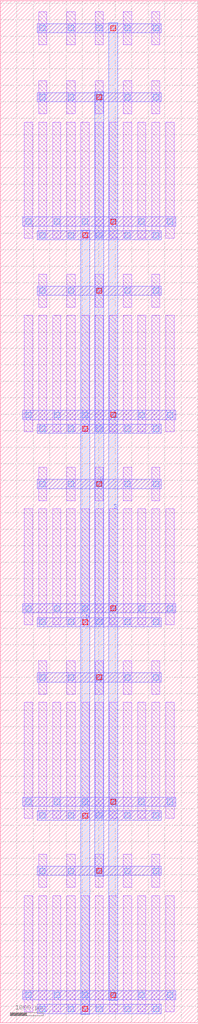
<source format=lef>
MACRO PMOS_S_38134054_X5_Y5
  UNITS 
    DATABASE MICRONS UNITS 1000;
  END UNITS 
  ORIGIN 0 0 ;
  FOREIGN PMOS_S_38134054_X5_Y5 0 0 ;
  SIZE 6020 BY 31080 ;
  PIN D
    DIRECTION INOUT ;
    USE SIGNAL ;
    PORT
      LAYER M3 ;
        RECT 2440 260 2720 24100 ;
    END
  END D
  PIN G
    DIRECTION INOUT ;
    USE SIGNAL ;
    PORT
      LAYER M3 ;
        RECT 2870 4460 3150 28300 ;
    END
  END G
  PIN S
    DIRECTION INOUT ;
    USE SIGNAL ;
    PORT
      LAYER M3 ;
        RECT 3300 680 3580 30400 ;
    END
  END S
  OBS
    LAYER M1 ;
      RECT 1165 335 1415 3865 ;
    LAYER M1 ;
      RECT 1165 4115 1415 5125 ;
    LAYER M1 ;
      RECT 1165 6215 1415 9745 ;
    LAYER M1 ;
      RECT 1165 9995 1415 11005 ;
    LAYER M1 ;
      RECT 1165 12095 1415 15625 ;
    LAYER M1 ;
      RECT 1165 15875 1415 16885 ;
    LAYER M1 ;
      RECT 1165 17975 1415 21505 ;
    LAYER M1 ;
      RECT 1165 21755 1415 22765 ;
    LAYER M1 ;
      RECT 1165 23855 1415 27385 ;
    LAYER M1 ;
      RECT 1165 27635 1415 28645 ;
    LAYER M1 ;
      RECT 1165 29735 1415 30745 ;
    LAYER M1 ;
      RECT 735 335 985 3865 ;
    LAYER M1 ;
      RECT 735 6215 985 9745 ;
    LAYER M1 ;
      RECT 735 12095 985 15625 ;
    LAYER M1 ;
      RECT 735 17975 985 21505 ;
    LAYER M1 ;
      RECT 735 23855 985 27385 ;
    LAYER M1 ;
      RECT 1595 335 1845 3865 ;
    LAYER M1 ;
      RECT 1595 6215 1845 9745 ;
    LAYER M1 ;
      RECT 1595 12095 1845 15625 ;
    LAYER M1 ;
      RECT 1595 17975 1845 21505 ;
    LAYER M1 ;
      RECT 1595 23855 1845 27385 ;
    LAYER M1 ;
      RECT 2025 335 2275 3865 ;
    LAYER M1 ;
      RECT 2025 4115 2275 5125 ;
    LAYER M1 ;
      RECT 2025 6215 2275 9745 ;
    LAYER M1 ;
      RECT 2025 9995 2275 11005 ;
    LAYER M1 ;
      RECT 2025 12095 2275 15625 ;
    LAYER M1 ;
      RECT 2025 15875 2275 16885 ;
    LAYER M1 ;
      RECT 2025 17975 2275 21505 ;
    LAYER M1 ;
      RECT 2025 21755 2275 22765 ;
    LAYER M1 ;
      RECT 2025 23855 2275 27385 ;
    LAYER M1 ;
      RECT 2025 27635 2275 28645 ;
    LAYER M1 ;
      RECT 2025 29735 2275 30745 ;
    LAYER M1 ;
      RECT 2455 335 2705 3865 ;
    LAYER M1 ;
      RECT 2455 6215 2705 9745 ;
    LAYER M1 ;
      RECT 2455 12095 2705 15625 ;
    LAYER M1 ;
      RECT 2455 17975 2705 21505 ;
    LAYER M1 ;
      RECT 2455 23855 2705 27385 ;
    LAYER M1 ;
      RECT 2885 335 3135 3865 ;
    LAYER M1 ;
      RECT 2885 4115 3135 5125 ;
    LAYER M1 ;
      RECT 2885 6215 3135 9745 ;
    LAYER M1 ;
      RECT 2885 9995 3135 11005 ;
    LAYER M1 ;
      RECT 2885 12095 3135 15625 ;
    LAYER M1 ;
      RECT 2885 15875 3135 16885 ;
    LAYER M1 ;
      RECT 2885 17975 3135 21505 ;
    LAYER M1 ;
      RECT 2885 21755 3135 22765 ;
    LAYER M1 ;
      RECT 2885 23855 3135 27385 ;
    LAYER M1 ;
      RECT 2885 27635 3135 28645 ;
    LAYER M1 ;
      RECT 2885 29735 3135 30745 ;
    LAYER M1 ;
      RECT 3315 335 3565 3865 ;
    LAYER M1 ;
      RECT 3315 6215 3565 9745 ;
    LAYER M1 ;
      RECT 3315 12095 3565 15625 ;
    LAYER M1 ;
      RECT 3315 17975 3565 21505 ;
    LAYER M1 ;
      RECT 3315 23855 3565 27385 ;
    LAYER M1 ;
      RECT 3745 335 3995 3865 ;
    LAYER M1 ;
      RECT 3745 4115 3995 5125 ;
    LAYER M1 ;
      RECT 3745 6215 3995 9745 ;
    LAYER M1 ;
      RECT 3745 9995 3995 11005 ;
    LAYER M1 ;
      RECT 3745 12095 3995 15625 ;
    LAYER M1 ;
      RECT 3745 15875 3995 16885 ;
    LAYER M1 ;
      RECT 3745 17975 3995 21505 ;
    LAYER M1 ;
      RECT 3745 21755 3995 22765 ;
    LAYER M1 ;
      RECT 3745 23855 3995 27385 ;
    LAYER M1 ;
      RECT 3745 27635 3995 28645 ;
    LAYER M1 ;
      RECT 3745 29735 3995 30745 ;
    LAYER M1 ;
      RECT 4175 335 4425 3865 ;
    LAYER M1 ;
      RECT 4175 6215 4425 9745 ;
    LAYER M1 ;
      RECT 4175 12095 4425 15625 ;
    LAYER M1 ;
      RECT 4175 17975 4425 21505 ;
    LAYER M1 ;
      RECT 4175 23855 4425 27385 ;
    LAYER M1 ;
      RECT 4605 335 4855 3865 ;
    LAYER M1 ;
      RECT 4605 4115 4855 5125 ;
    LAYER M1 ;
      RECT 4605 6215 4855 9745 ;
    LAYER M1 ;
      RECT 4605 9995 4855 11005 ;
    LAYER M1 ;
      RECT 4605 12095 4855 15625 ;
    LAYER M1 ;
      RECT 4605 15875 4855 16885 ;
    LAYER M1 ;
      RECT 4605 17975 4855 21505 ;
    LAYER M1 ;
      RECT 4605 21755 4855 22765 ;
    LAYER M1 ;
      RECT 4605 23855 4855 27385 ;
    LAYER M1 ;
      RECT 4605 27635 4855 28645 ;
    LAYER M1 ;
      RECT 4605 29735 4855 30745 ;
    LAYER M1 ;
      RECT 5035 335 5285 3865 ;
    LAYER M1 ;
      RECT 5035 6215 5285 9745 ;
    LAYER M1 ;
      RECT 5035 12095 5285 15625 ;
    LAYER M1 ;
      RECT 5035 17975 5285 21505 ;
    LAYER M1 ;
      RECT 5035 23855 5285 27385 ;
    LAYER M2 ;
      RECT 1120 280 4900 560 ;
    LAYER M2 ;
      RECT 1120 4480 4900 4760 ;
    LAYER M2 ;
      RECT 690 700 5330 980 ;
    LAYER M2 ;
      RECT 1120 6160 4900 6440 ;
    LAYER M2 ;
      RECT 1120 10360 4900 10640 ;
    LAYER M2 ;
      RECT 690 6580 5330 6860 ;
    LAYER M2 ;
      RECT 1120 12040 4900 12320 ;
    LAYER M2 ;
      RECT 1120 16240 4900 16520 ;
    LAYER M2 ;
      RECT 690 12460 5330 12740 ;
    LAYER M2 ;
      RECT 1120 17920 4900 18200 ;
    LAYER M2 ;
      RECT 1120 22120 4900 22400 ;
    LAYER M2 ;
      RECT 690 18340 5330 18620 ;
    LAYER M2 ;
      RECT 1120 23800 4900 24080 ;
    LAYER M2 ;
      RECT 1120 28000 4900 28280 ;
    LAYER M2 ;
      RECT 1120 30100 4900 30380 ;
    LAYER M2 ;
      RECT 690 24220 5330 24500 ;
    LAYER V1 ;
      RECT 1205 335 1375 505 ;
    LAYER V1 ;
      RECT 1205 4535 1375 4705 ;
    LAYER V1 ;
      RECT 1205 6215 1375 6385 ;
    LAYER V1 ;
      RECT 1205 10415 1375 10585 ;
    LAYER V1 ;
      RECT 1205 12095 1375 12265 ;
    LAYER V1 ;
      RECT 1205 16295 1375 16465 ;
    LAYER V1 ;
      RECT 1205 17975 1375 18145 ;
    LAYER V1 ;
      RECT 1205 22175 1375 22345 ;
    LAYER V1 ;
      RECT 1205 23855 1375 24025 ;
    LAYER V1 ;
      RECT 1205 28055 1375 28225 ;
    LAYER V1 ;
      RECT 1205 30155 1375 30325 ;
    LAYER V1 ;
      RECT 2065 335 2235 505 ;
    LAYER V1 ;
      RECT 2065 4535 2235 4705 ;
    LAYER V1 ;
      RECT 2065 6215 2235 6385 ;
    LAYER V1 ;
      RECT 2065 10415 2235 10585 ;
    LAYER V1 ;
      RECT 2065 12095 2235 12265 ;
    LAYER V1 ;
      RECT 2065 16295 2235 16465 ;
    LAYER V1 ;
      RECT 2065 17975 2235 18145 ;
    LAYER V1 ;
      RECT 2065 22175 2235 22345 ;
    LAYER V1 ;
      RECT 2065 23855 2235 24025 ;
    LAYER V1 ;
      RECT 2065 28055 2235 28225 ;
    LAYER V1 ;
      RECT 2065 30155 2235 30325 ;
    LAYER V1 ;
      RECT 2925 335 3095 505 ;
    LAYER V1 ;
      RECT 2925 4535 3095 4705 ;
    LAYER V1 ;
      RECT 2925 6215 3095 6385 ;
    LAYER V1 ;
      RECT 2925 10415 3095 10585 ;
    LAYER V1 ;
      RECT 2925 12095 3095 12265 ;
    LAYER V1 ;
      RECT 2925 16295 3095 16465 ;
    LAYER V1 ;
      RECT 2925 17975 3095 18145 ;
    LAYER V1 ;
      RECT 2925 22175 3095 22345 ;
    LAYER V1 ;
      RECT 2925 23855 3095 24025 ;
    LAYER V1 ;
      RECT 2925 28055 3095 28225 ;
    LAYER V1 ;
      RECT 2925 30155 3095 30325 ;
    LAYER V1 ;
      RECT 3785 335 3955 505 ;
    LAYER V1 ;
      RECT 3785 4535 3955 4705 ;
    LAYER V1 ;
      RECT 3785 6215 3955 6385 ;
    LAYER V1 ;
      RECT 3785 10415 3955 10585 ;
    LAYER V1 ;
      RECT 3785 12095 3955 12265 ;
    LAYER V1 ;
      RECT 3785 16295 3955 16465 ;
    LAYER V1 ;
      RECT 3785 17975 3955 18145 ;
    LAYER V1 ;
      RECT 3785 22175 3955 22345 ;
    LAYER V1 ;
      RECT 3785 23855 3955 24025 ;
    LAYER V1 ;
      RECT 3785 28055 3955 28225 ;
    LAYER V1 ;
      RECT 3785 30155 3955 30325 ;
    LAYER V1 ;
      RECT 4645 335 4815 505 ;
    LAYER V1 ;
      RECT 4645 4535 4815 4705 ;
    LAYER V1 ;
      RECT 4645 6215 4815 6385 ;
    LAYER V1 ;
      RECT 4645 10415 4815 10585 ;
    LAYER V1 ;
      RECT 4645 12095 4815 12265 ;
    LAYER V1 ;
      RECT 4645 16295 4815 16465 ;
    LAYER V1 ;
      RECT 4645 17975 4815 18145 ;
    LAYER V1 ;
      RECT 4645 22175 4815 22345 ;
    LAYER V1 ;
      RECT 4645 23855 4815 24025 ;
    LAYER V1 ;
      RECT 4645 28055 4815 28225 ;
    LAYER V1 ;
      RECT 4645 30155 4815 30325 ;
    LAYER V1 ;
      RECT 775 755 945 925 ;
    LAYER V1 ;
      RECT 775 6635 945 6805 ;
    LAYER V1 ;
      RECT 775 12515 945 12685 ;
    LAYER V1 ;
      RECT 775 18395 945 18565 ;
    LAYER V1 ;
      RECT 775 24275 945 24445 ;
    LAYER V1 ;
      RECT 1635 755 1805 925 ;
    LAYER V1 ;
      RECT 1635 6635 1805 6805 ;
    LAYER V1 ;
      RECT 1635 12515 1805 12685 ;
    LAYER V1 ;
      RECT 1635 18395 1805 18565 ;
    LAYER V1 ;
      RECT 1635 24275 1805 24445 ;
    LAYER V1 ;
      RECT 2495 755 2665 925 ;
    LAYER V1 ;
      RECT 2495 6635 2665 6805 ;
    LAYER V1 ;
      RECT 2495 12515 2665 12685 ;
    LAYER V1 ;
      RECT 2495 18395 2665 18565 ;
    LAYER V1 ;
      RECT 2495 24275 2665 24445 ;
    LAYER V1 ;
      RECT 3355 755 3525 925 ;
    LAYER V1 ;
      RECT 3355 6635 3525 6805 ;
    LAYER V1 ;
      RECT 3355 12515 3525 12685 ;
    LAYER V1 ;
      RECT 3355 18395 3525 18565 ;
    LAYER V1 ;
      RECT 3355 24275 3525 24445 ;
    LAYER V1 ;
      RECT 4215 755 4385 925 ;
    LAYER V1 ;
      RECT 4215 6635 4385 6805 ;
    LAYER V1 ;
      RECT 4215 12515 4385 12685 ;
    LAYER V1 ;
      RECT 4215 18395 4385 18565 ;
    LAYER V1 ;
      RECT 4215 24275 4385 24445 ;
    LAYER V1 ;
      RECT 5075 755 5245 925 ;
    LAYER V1 ;
      RECT 5075 6635 5245 6805 ;
    LAYER V1 ;
      RECT 5075 12515 5245 12685 ;
    LAYER V1 ;
      RECT 5075 18395 5245 18565 ;
    LAYER V1 ;
      RECT 5075 24275 5245 24445 ;
    LAYER V2 ;
      RECT 2505 345 2655 495 ;
    LAYER V2 ;
      RECT 2505 6225 2655 6375 ;
    LAYER V2 ;
      RECT 2505 12105 2655 12255 ;
    LAYER V2 ;
      RECT 2505 17985 2655 18135 ;
    LAYER V2 ;
      RECT 2505 23865 2655 24015 ;
    LAYER V2 ;
      RECT 2935 4545 3085 4695 ;
    LAYER V2 ;
      RECT 2935 10425 3085 10575 ;
    LAYER V2 ;
      RECT 2935 16305 3085 16455 ;
    LAYER V2 ;
      RECT 2935 22185 3085 22335 ;
    LAYER V2 ;
      RECT 2935 28065 3085 28215 ;
    LAYER V2 ;
      RECT 3365 765 3515 915 ;
    LAYER V2 ;
      RECT 3365 6645 3515 6795 ;
    LAYER V2 ;
      RECT 3365 12525 3515 12675 ;
    LAYER V2 ;
      RECT 3365 18405 3515 18555 ;
    LAYER V2 ;
      RECT 3365 24285 3515 24435 ;
    LAYER V2 ;
      RECT 3365 30165 3515 30315 ;
  END
END PMOS_S_38134054_X5_Y5

</source>
